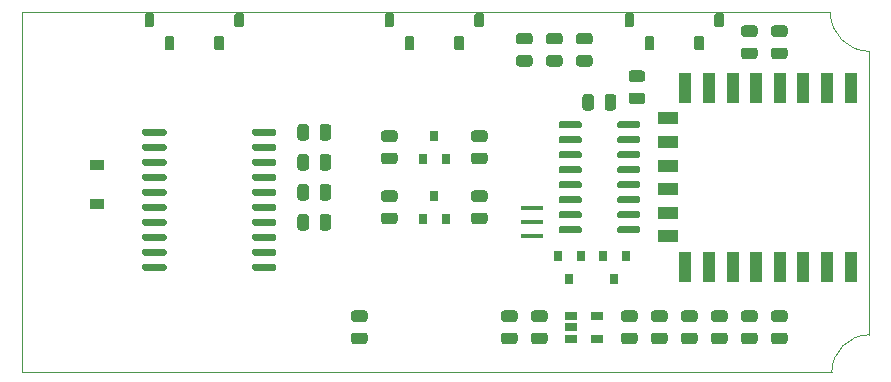
<source format=gbr>
%TF.GenerationSoftware,KiCad,Pcbnew,(5.1.6-0-10_14)*%
%TF.CreationDate,2021-03-31T22:59:44+02:00*%
%TF.ProjectId,wificlock,77696669-636c-46f6-936b-2e6b69636164,rev?*%
%TF.SameCoordinates,Original*%
%TF.FileFunction,Paste,Top*%
%TF.FilePolarity,Positive*%
%FSLAX46Y46*%
G04 Gerber Fmt 4.6, Leading zero omitted, Abs format (unit mm)*
G04 Created by KiCad (PCBNEW (5.1.6-0-10_14)) date 2021-03-31 22:59:44*
%MOMM*%
%LPD*%
G01*
G04 APERTURE LIST*
%TA.AperFunction,Profile*%
%ADD10C,0.100000*%
%TD*%
%ADD11R,1.200000X0.900000*%
%ADD12R,1.000000X2.500000*%
%ADD13R,1.800000X1.000000*%
%ADD14R,1.900000X0.400000*%
%ADD15R,1.060000X0.650000*%
%ADD16R,0.800000X0.900000*%
G04 APERTURE END LIST*
D10*
X160655000Y-143510000D02*
G75*
G02*
X163830000Y-140335000I3175000J0D01*
G01*
X163830000Y-116332000D02*
G75*
G02*
X160528000Y-113030000I0J3302000D01*
G01*
X92075000Y-113030000D02*
X160528000Y-113030000D01*
X92075000Y-143510000D02*
X92075000Y-113030000D01*
X160655000Y-143510000D02*
X92075000Y-143510000D01*
X163830000Y-116332000D02*
X163830000Y-140335000D01*
D11*
%TO.C,D1*%
X98425000Y-129285000D03*
X98425000Y-125985000D03*
%TD*%
D12*
%TO.C,U2*%
X162250000Y-119400000D03*
X160250000Y-119400000D03*
X158250000Y-119400000D03*
X156250000Y-119400000D03*
X154250000Y-119400000D03*
X152250000Y-119400000D03*
X150250000Y-119400000D03*
X148250000Y-119400000D03*
D13*
X146750000Y-122000000D03*
X146750000Y-124000000D03*
X146750000Y-126000000D03*
X146750000Y-128000000D03*
X146750000Y-130000000D03*
X146750000Y-132000000D03*
D12*
X148250000Y-134600000D03*
X150250000Y-134600000D03*
X152250000Y-134600000D03*
X154250000Y-134600000D03*
X156250000Y-134600000D03*
X158250000Y-134600000D03*
X160250000Y-134600000D03*
X162250000Y-134600000D03*
%TD*%
D14*
%TO.C,Y1*%
X135255000Y-132010000D03*
X135255000Y-130810000D03*
X135255000Y-129610000D03*
%TD*%
%TO.C,U4*%
G36*
G01*
X102275000Y-123340000D02*
X102275000Y-123040000D01*
G75*
G02*
X102425000Y-122890000I150000J0D01*
G01*
X104175000Y-122890000D01*
G75*
G02*
X104325000Y-123040000I0J-150000D01*
G01*
X104325000Y-123340000D01*
G75*
G02*
X104175000Y-123490000I-150000J0D01*
G01*
X102425000Y-123490000D01*
G75*
G02*
X102275000Y-123340000I0J150000D01*
G01*
G37*
G36*
G01*
X102275000Y-124610000D02*
X102275000Y-124310000D01*
G75*
G02*
X102425000Y-124160000I150000J0D01*
G01*
X104175000Y-124160000D01*
G75*
G02*
X104325000Y-124310000I0J-150000D01*
G01*
X104325000Y-124610000D01*
G75*
G02*
X104175000Y-124760000I-150000J0D01*
G01*
X102425000Y-124760000D01*
G75*
G02*
X102275000Y-124610000I0J150000D01*
G01*
G37*
G36*
G01*
X102275000Y-125880000D02*
X102275000Y-125580000D01*
G75*
G02*
X102425000Y-125430000I150000J0D01*
G01*
X104175000Y-125430000D01*
G75*
G02*
X104325000Y-125580000I0J-150000D01*
G01*
X104325000Y-125880000D01*
G75*
G02*
X104175000Y-126030000I-150000J0D01*
G01*
X102425000Y-126030000D01*
G75*
G02*
X102275000Y-125880000I0J150000D01*
G01*
G37*
G36*
G01*
X102275000Y-127150000D02*
X102275000Y-126850000D01*
G75*
G02*
X102425000Y-126700000I150000J0D01*
G01*
X104175000Y-126700000D01*
G75*
G02*
X104325000Y-126850000I0J-150000D01*
G01*
X104325000Y-127150000D01*
G75*
G02*
X104175000Y-127300000I-150000J0D01*
G01*
X102425000Y-127300000D01*
G75*
G02*
X102275000Y-127150000I0J150000D01*
G01*
G37*
G36*
G01*
X102275000Y-128420000D02*
X102275000Y-128120000D01*
G75*
G02*
X102425000Y-127970000I150000J0D01*
G01*
X104175000Y-127970000D01*
G75*
G02*
X104325000Y-128120000I0J-150000D01*
G01*
X104325000Y-128420000D01*
G75*
G02*
X104175000Y-128570000I-150000J0D01*
G01*
X102425000Y-128570000D01*
G75*
G02*
X102275000Y-128420000I0J150000D01*
G01*
G37*
G36*
G01*
X102275000Y-129690000D02*
X102275000Y-129390000D01*
G75*
G02*
X102425000Y-129240000I150000J0D01*
G01*
X104175000Y-129240000D01*
G75*
G02*
X104325000Y-129390000I0J-150000D01*
G01*
X104325000Y-129690000D01*
G75*
G02*
X104175000Y-129840000I-150000J0D01*
G01*
X102425000Y-129840000D01*
G75*
G02*
X102275000Y-129690000I0J150000D01*
G01*
G37*
G36*
G01*
X102275000Y-130960000D02*
X102275000Y-130660000D01*
G75*
G02*
X102425000Y-130510000I150000J0D01*
G01*
X104175000Y-130510000D01*
G75*
G02*
X104325000Y-130660000I0J-150000D01*
G01*
X104325000Y-130960000D01*
G75*
G02*
X104175000Y-131110000I-150000J0D01*
G01*
X102425000Y-131110000D01*
G75*
G02*
X102275000Y-130960000I0J150000D01*
G01*
G37*
G36*
G01*
X102275000Y-132230000D02*
X102275000Y-131930000D01*
G75*
G02*
X102425000Y-131780000I150000J0D01*
G01*
X104175000Y-131780000D01*
G75*
G02*
X104325000Y-131930000I0J-150000D01*
G01*
X104325000Y-132230000D01*
G75*
G02*
X104175000Y-132380000I-150000J0D01*
G01*
X102425000Y-132380000D01*
G75*
G02*
X102275000Y-132230000I0J150000D01*
G01*
G37*
G36*
G01*
X102275000Y-133500000D02*
X102275000Y-133200000D01*
G75*
G02*
X102425000Y-133050000I150000J0D01*
G01*
X104175000Y-133050000D01*
G75*
G02*
X104325000Y-133200000I0J-150000D01*
G01*
X104325000Y-133500000D01*
G75*
G02*
X104175000Y-133650000I-150000J0D01*
G01*
X102425000Y-133650000D01*
G75*
G02*
X102275000Y-133500000I0J150000D01*
G01*
G37*
G36*
G01*
X102275000Y-134770000D02*
X102275000Y-134470000D01*
G75*
G02*
X102425000Y-134320000I150000J0D01*
G01*
X104175000Y-134320000D01*
G75*
G02*
X104325000Y-134470000I0J-150000D01*
G01*
X104325000Y-134770000D01*
G75*
G02*
X104175000Y-134920000I-150000J0D01*
G01*
X102425000Y-134920000D01*
G75*
G02*
X102275000Y-134770000I0J150000D01*
G01*
G37*
G36*
G01*
X111575000Y-134770000D02*
X111575000Y-134470000D01*
G75*
G02*
X111725000Y-134320000I150000J0D01*
G01*
X113475000Y-134320000D01*
G75*
G02*
X113625000Y-134470000I0J-150000D01*
G01*
X113625000Y-134770000D01*
G75*
G02*
X113475000Y-134920000I-150000J0D01*
G01*
X111725000Y-134920000D01*
G75*
G02*
X111575000Y-134770000I0J150000D01*
G01*
G37*
G36*
G01*
X111575000Y-133500000D02*
X111575000Y-133200000D01*
G75*
G02*
X111725000Y-133050000I150000J0D01*
G01*
X113475000Y-133050000D01*
G75*
G02*
X113625000Y-133200000I0J-150000D01*
G01*
X113625000Y-133500000D01*
G75*
G02*
X113475000Y-133650000I-150000J0D01*
G01*
X111725000Y-133650000D01*
G75*
G02*
X111575000Y-133500000I0J150000D01*
G01*
G37*
G36*
G01*
X111575000Y-132230000D02*
X111575000Y-131930000D01*
G75*
G02*
X111725000Y-131780000I150000J0D01*
G01*
X113475000Y-131780000D01*
G75*
G02*
X113625000Y-131930000I0J-150000D01*
G01*
X113625000Y-132230000D01*
G75*
G02*
X113475000Y-132380000I-150000J0D01*
G01*
X111725000Y-132380000D01*
G75*
G02*
X111575000Y-132230000I0J150000D01*
G01*
G37*
G36*
G01*
X111575000Y-130960000D02*
X111575000Y-130660000D01*
G75*
G02*
X111725000Y-130510000I150000J0D01*
G01*
X113475000Y-130510000D01*
G75*
G02*
X113625000Y-130660000I0J-150000D01*
G01*
X113625000Y-130960000D01*
G75*
G02*
X113475000Y-131110000I-150000J0D01*
G01*
X111725000Y-131110000D01*
G75*
G02*
X111575000Y-130960000I0J150000D01*
G01*
G37*
G36*
G01*
X111575000Y-129690000D02*
X111575000Y-129390000D01*
G75*
G02*
X111725000Y-129240000I150000J0D01*
G01*
X113475000Y-129240000D01*
G75*
G02*
X113625000Y-129390000I0J-150000D01*
G01*
X113625000Y-129690000D01*
G75*
G02*
X113475000Y-129840000I-150000J0D01*
G01*
X111725000Y-129840000D01*
G75*
G02*
X111575000Y-129690000I0J150000D01*
G01*
G37*
G36*
G01*
X111575000Y-128420000D02*
X111575000Y-128120000D01*
G75*
G02*
X111725000Y-127970000I150000J0D01*
G01*
X113475000Y-127970000D01*
G75*
G02*
X113625000Y-128120000I0J-150000D01*
G01*
X113625000Y-128420000D01*
G75*
G02*
X113475000Y-128570000I-150000J0D01*
G01*
X111725000Y-128570000D01*
G75*
G02*
X111575000Y-128420000I0J150000D01*
G01*
G37*
G36*
G01*
X111575000Y-127150000D02*
X111575000Y-126850000D01*
G75*
G02*
X111725000Y-126700000I150000J0D01*
G01*
X113475000Y-126700000D01*
G75*
G02*
X113625000Y-126850000I0J-150000D01*
G01*
X113625000Y-127150000D01*
G75*
G02*
X113475000Y-127300000I-150000J0D01*
G01*
X111725000Y-127300000D01*
G75*
G02*
X111575000Y-127150000I0J150000D01*
G01*
G37*
G36*
G01*
X111575000Y-125880000D02*
X111575000Y-125580000D01*
G75*
G02*
X111725000Y-125430000I150000J0D01*
G01*
X113475000Y-125430000D01*
G75*
G02*
X113625000Y-125580000I0J-150000D01*
G01*
X113625000Y-125880000D01*
G75*
G02*
X113475000Y-126030000I-150000J0D01*
G01*
X111725000Y-126030000D01*
G75*
G02*
X111575000Y-125880000I0J150000D01*
G01*
G37*
G36*
G01*
X111575000Y-124610000D02*
X111575000Y-124310000D01*
G75*
G02*
X111725000Y-124160000I150000J0D01*
G01*
X113475000Y-124160000D01*
G75*
G02*
X113625000Y-124310000I0J-150000D01*
G01*
X113625000Y-124610000D01*
G75*
G02*
X113475000Y-124760000I-150000J0D01*
G01*
X111725000Y-124760000D01*
G75*
G02*
X111575000Y-124610000I0J150000D01*
G01*
G37*
G36*
G01*
X111575000Y-123340000D02*
X111575000Y-123040000D01*
G75*
G02*
X111725000Y-122890000I150000J0D01*
G01*
X113475000Y-122890000D01*
G75*
G02*
X113625000Y-123040000I0J-150000D01*
G01*
X113625000Y-123340000D01*
G75*
G02*
X113475000Y-123490000I-150000J0D01*
G01*
X111725000Y-123490000D01*
G75*
G02*
X111575000Y-123340000I0J150000D01*
G01*
G37*
%TD*%
D15*
%TO.C,U3*%
X138600000Y-138750000D03*
X138600000Y-139700000D03*
X138600000Y-140650000D03*
X140800000Y-140650000D03*
X140800000Y-138750000D03*
%TD*%
%TO.C,U1*%
G36*
G01*
X137520000Y-122705000D02*
X137520000Y-122405000D01*
G75*
G02*
X137670000Y-122255000I150000J0D01*
G01*
X139320000Y-122255000D01*
G75*
G02*
X139470000Y-122405000I0J-150000D01*
G01*
X139470000Y-122705000D01*
G75*
G02*
X139320000Y-122855000I-150000J0D01*
G01*
X137670000Y-122855000D01*
G75*
G02*
X137520000Y-122705000I0J150000D01*
G01*
G37*
G36*
G01*
X137520000Y-123975000D02*
X137520000Y-123675000D01*
G75*
G02*
X137670000Y-123525000I150000J0D01*
G01*
X139320000Y-123525000D01*
G75*
G02*
X139470000Y-123675000I0J-150000D01*
G01*
X139470000Y-123975000D01*
G75*
G02*
X139320000Y-124125000I-150000J0D01*
G01*
X137670000Y-124125000D01*
G75*
G02*
X137520000Y-123975000I0J150000D01*
G01*
G37*
G36*
G01*
X137520000Y-125245000D02*
X137520000Y-124945000D01*
G75*
G02*
X137670000Y-124795000I150000J0D01*
G01*
X139320000Y-124795000D01*
G75*
G02*
X139470000Y-124945000I0J-150000D01*
G01*
X139470000Y-125245000D01*
G75*
G02*
X139320000Y-125395000I-150000J0D01*
G01*
X137670000Y-125395000D01*
G75*
G02*
X137520000Y-125245000I0J150000D01*
G01*
G37*
G36*
G01*
X137520000Y-126515000D02*
X137520000Y-126215000D01*
G75*
G02*
X137670000Y-126065000I150000J0D01*
G01*
X139320000Y-126065000D01*
G75*
G02*
X139470000Y-126215000I0J-150000D01*
G01*
X139470000Y-126515000D01*
G75*
G02*
X139320000Y-126665000I-150000J0D01*
G01*
X137670000Y-126665000D01*
G75*
G02*
X137520000Y-126515000I0J150000D01*
G01*
G37*
G36*
G01*
X137520000Y-127785000D02*
X137520000Y-127485000D01*
G75*
G02*
X137670000Y-127335000I150000J0D01*
G01*
X139320000Y-127335000D01*
G75*
G02*
X139470000Y-127485000I0J-150000D01*
G01*
X139470000Y-127785000D01*
G75*
G02*
X139320000Y-127935000I-150000J0D01*
G01*
X137670000Y-127935000D01*
G75*
G02*
X137520000Y-127785000I0J150000D01*
G01*
G37*
G36*
G01*
X137520000Y-129055000D02*
X137520000Y-128755000D01*
G75*
G02*
X137670000Y-128605000I150000J0D01*
G01*
X139320000Y-128605000D01*
G75*
G02*
X139470000Y-128755000I0J-150000D01*
G01*
X139470000Y-129055000D01*
G75*
G02*
X139320000Y-129205000I-150000J0D01*
G01*
X137670000Y-129205000D01*
G75*
G02*
X137520000Y-129055000I0J150000D01*
G01*
G37*
G36*
G01*
X137520000Y-130325000D02*
X137520000Y-130025000D01*
G75*
G02*
X137670000Y-129875000I150000J0D01*
G01*
X139320000Y-129875000D01*
G75*
G02*
X139470000Y-130025000I0J-150000D01*
G01*
X139470000Y-130325000D01*
G75*
G02*
X139320000Y-130475000I-150000J0D01*
G01*
X137670000Y-130475000D01*
G75*
G02*
X137520000Y-130325000I0J150000D01*
G01*
G37*
G36*
G01*
X137520000Y-131595000D02*
X137520000Y-131295000D01*
G75*
G02*
X137670000Y-131145000I150000J0D01*
G01*
X139320000Y-131145000D01*
G75*
G02*
X139470000Y-131295000I0J-150000D01*
G01*
X139470000Y-131595000D01*
G75*
G02*
X139320000Y-131745000I-150000J0D01*
G01*
X137670000Y-131745000D01*
G75*
G02*
X137520000Y-131595000I0J150000D01*
G01*
G37*
G36*
G01*
X142470000Y-131595000D02*
X142470000Y-131295000D01*
G75*
G02*
X142620000Y-131145000I150000J0D01*
G01*
X144270000Y-131145000D01*
G75*
G02*
X144420000Y-131295000I0J-150000D01*
G01*
X144420000Y-131595000D01*
G75*
G02*
X144270000Y-131745000I-150000J0D01*
G01*
X142620000Y-131745000D01*
G75*
G02*
X142470000Y-131595000I0J150000D01*
G01*
G37*
G36*
G01*
X142470000Y-130325000D02*
X142470000Y-130025000D01*
G75*
G02*
X142620000Y-129875000I150000J0D01*
G01*
X144270000Y-129875000D01*
G75*
G02*
X144420000Y-130025000I0J-150000D01*
G01*
X144420000Y-130325000D01*
G75*
G02*
X144270000Y-130475000I-150000J0D01*
G01*
X142620000Y-130475000D01*
G75*
G02*
X142470000Y-130325000I0J150000D01*
G01*
G37*
G36*
G01*
X142470000Y-129055000D02*
X142470000Y-128755000D01*
G75*
G02*
X142620000Y-128605000I150000J0D01*
G01*
X144270000Y-128605000D01*
G75*
G02*
X144420000Y-128755000I0J-150000D01*
G01*
X144420000Y-129055000D01*
G75*
G02*
X144270000Y-129205000I-150000J0D01*
G01*
X142620000Y-129205000D01*
G75*
G02*
X142470000Y-129055000I0J150000D01*
G01*
G37*
G36*
G01*
X142470000Y-127785000D02*
X142470000Y-127485000D01*
G75*
G02*
X142620000Y-127335000I150000J0D01*
G01*
X144270000Y-127335000D01*
G75*
G02*
X144420000Y-127485000I0J-150000D01*
G01*
X144420000Y-127785000D01*
G75*
G02*
X144270000Y-127935000I-150000J0D01*
G01*
X142620000Y-127935000D01*
G75*
G02*
X142470000Y-127785000I0J150000D01*
G01*
G37*
G36*
G01*
X142470000Y-126515000D02*
X142470000Y-126215000D01*
G75*
G02*
X142620000Y-126065000I150000J0D01*
G01*
X144270000Y-126065000D01*
G75*
G02*
X144420000Y-126215000I0J-150000D01*
G01*
X144420000Y-126515000D01*
G75*
G02*
X144270000Y-126665000I-150000J0D01*
G01*
X142620000Y-126665000D01*
G75*
G02*
X142470000Y-126515000I0J150000D01*
G01*
G37*
G36*
G01*
X142470000Y-125245000D02*
X142470000Y-124945000D01*
G75*
G02*
X142620000Y-124795000I150000J0D01*
G01*
X144270000Y-124795000D01*
G75*
G02*
X144420000Y-124945000I0J-150000D01*
G01*
X144420000Y-125245000D01*
G75*
G02*
X144270000Y-125395000I-150000J0D01*
G01*
X142620000Y-125395000D01*
G75*
G02*
X142470000Y-125245000I0J150000D01*
G01*
G37*
G36*
G01*
X142470000Y-123975000D02*
X142470000Y-123675000D01*
G75*
G02*
X142620000Y-123525000I150000J0D01*
G01*
X144270000Y-123525000D01*
G75*
G02*
X144420000Y-123675000I0J-150000D01*
G01*
X144420000Y-123975000D01*
G75*
G02*
X144270000Y-124125000I-150000J0D01*
G01*
X142620000Y-124125000D01*
G75*
G02*
X142470000Y-123975000I0J150000D01*
G01*
G37*
G36*
G01*
X142470000Y-122705000D02*
X142470000Y-122405000D01*
G75*
G02*
X142620000Y-122255000I150000J0D01*
G01*
X144270000Y-122255000D01*
G75*
G02*
X144420000Y-122405000I0J-150000D01*
G01*
X144420000Y-122705000D01*
G75*
G02*
X144270000Y-122855000I-150000J0D01*
G01*
X142620000Y-122855000D01*
G75*
G02*
X142470000Y-122705000I0J150000D01*
G01*
G37*
%TD*%
%TO.C,SW3*%
G36*
G01*
X144820000Y-116150000D02*
X144820000Y-115150000D01*
G75*
G02*
X144920000Y-115050000I100000J0D01*
G01*
X145520000Y-115050000D01*
G75*
G02*
X145620000Y-115150000I0J-100000D01*
G01*
X145620000Y-116150000D01*
G75*
G02*
X145520000Y-116250000I-100000J0D01*
G01*
X144920000Y-116250000D01*
G75*
G02*
X144820000Y-116150000I0J100000D01*
G01*
G37*
G36*
G01*
X149020000Y-116150000D02*
X149020000Y-115150000D01*
G75*
G02*
X149120000Y-115050000I100000J0D01*
G01*
X149720000Y-115050000D01*
G75*
G02*
X149820000Y-115150000I0J-100000D01*
G01*
X149820000Y-116150000D01*
G75*
G02*
X149720000Y-116250000I-100000J0D01*
G01*
X149120000Y-116250000D01*
G75*
G02*
X149020000Y-116150000I0J100000D01*
G01*
G37*
G36*
G01*
X143120000Y-114166400D02*
X143120000Y-113233600D01*
G75*
G02*
X143253600Y-113100000I133600J0D01*
G01*
X143786400Y-113100000D01*
G75*
G02*
X143920000Y-113233600I0J-133600D01*
G01*
X143920000Y-114166400D01*
G75*
G02*
X143786400Y-114300000I-133600J0D01*
G01*
X143253600Y-114300000D01*
G75*
G02*
X143120000Y-114166400I0J133600D01*
G01*
G37*
G36*
G01*
X150720000Y-114166400D02*
X150720000Y-113233600D01*
G75*
G02*
X150853600Y-113100000I133600J0D01*
G01*
X151386400Y-113100000D01*
G75*
G02*
X151520000Y-113233600I0J-133600D01*
G01*
X151520000Y-114166400D01*
G75*
G02*
X151386400Y-114300000I-133600J0D01*
G01*
X150853600Y-114300000D01*
G75*
G02*
X150720000Y-114166400I0J133600D01*
G01*
G37*
%TD*%
%TO.C,SW2*%
G36*
G01*
X124500000Y-116150000D02*
X124500000Y-115150000D01*
G75*
G02*
X124600000Y-115050000I100000J0D01*
G01*
X125200000Y-115050000D01*
G75*
G02*
X125300000Y-115150000I0J-100000D01*
G01*
X125300000Y-116150000D01*
G75*
G02*
X125200000Y-116250000I-100000J0D01*
G01*
X124600000Y-116250000D01*
G75*
G02*
X124500000Y-116150000I0J100000D01*
G01*
G37*
G36*
G01*
X128700000Y-116150000D02*
X128700000Y-115150000D01*
G75*
G02*
X128800000Y-115050000I100000J0D01*
G01*
X129400000Y-115050000D01*
G75*
G02*
X129500000Y-115150000I0J-100000D01*
G01*
X129500000Y-116150000D01*
G75*
G02*
X129400000Y-116250000I-100000J0D01*
G01*
X128800000Y-116250000D01*
G75*
G02*
X128700000Y-116150000I0J100000D01*
G01*
G37*
G36*
G01*
X122800000Y-114166400D02*
X122800000Y-113233600D01*
G75*
G02*
X122933600Y-113100000I133600J0D01*
G01*
X123466400Y-113100000D01*
G75*
G02*
X123600000Y-113233600I0J-133600D01*
G01*
X123600000Y-114166400D01*
G75*
G02*
X123466400Y-114300000I-133600J0D01*
G01*
X122933600Y-114300000D01*
G75*
G02*
X122800000Y-114166400I0J133600D01*
G01*
G37*
G36*
G01*
X130400000Y-114166400D02*
X130400000Y-113233600D01*
G75*
G02*
X130533600Y-113100000I133600J0D01*
G01*
X131066400Y-113100000D01*
G75*
G02*
X131200000Y-113233600I0J-133600D01*
G01*
X131200000Y-114166400D01*
G75*
G02*
X131066400Y-114300000I-133600J0D01*
G01*
X130533600Y-114300000D01*
G75*
G02*
X130400000Y-114166400I0J133600D01*
G01*
G37*
%TD*%
%TO.C,SW1*%
G36*
G01*
X104180000Y-116150000D02*
X104180000Y-115150000D01*
G75*
G02*
X104280000Y-115050000I100000J0D01*
G01*
X104880000Y-115050000D01*
G75*
G02*
X104980000Y-115150000I0J-100000D01*
G01*
X104980000Y-116150000D01*
G75*
G02*
X104880000Y-116250000I-100000J0D01*
G01*
X104280000Y-116250000D01*
G75*
G02*
X104180000Y-116150000I0J100000D01*
G01*
G37*
G36*
G01*
X108380000Y-116150000D02*
X108380000Y-115150000D01*
G75*
G02*
X108480000Y-115050000I100000J0D01*
G01*
X109080000Y-115050000D01*
G75*
G02*
X109180000Y-115150000I0J-100000D01*
G01*
X109180000Y-116150000D01*
G75*
G02*
X109080000Y-116250000I-100000J0D01*
G01*
X108480000Y-116250000D01*
G75*
G02*
X108380000Y-116150000I0J100000D01*
G01*
G37*
G36*
G01*
X102480000Y-114166400D02*
X102480000Y-113233600D01*
G75*
G02*
X102613600Y-113100000I133600J0D01*
G01*
X103146400Y-113100000D01*
G75*
G02*
X103280000Y-113233600I0J-133600D01*
G01*
X103280000Y-114166400D01*
G75*
G02*
X103146400Y-114300000I-133600J0D01*
G01*
X102613600Y-114300000D01*
G75*
G02*
X102480000Y-114166400I0J133600D01*
G01*
G37*
G36*
G01*
X110080000Y-114166400D02*
X110080000Y-113233600D01*
G75*
G02*
X110213600Y-113100000I133600J0D01*
G01*
X110746400Y-113100000D01*
G75*
G02*
X110880000Y-113233600I0J-133600D01*
G01*
X110880000Y-114166400D01*
G75*
G02*
X110746400Y-114300000I-133600J0D01*
G01*
X110213600Y-114300000D01*
G75*
G02*
X110080000Y-114166400I0J133600D01*
G01*
G37*
%TD*%
%TO.C,R16*%
G36*
G01*
X115415000Y-131266250D02*
X115415000Y-130353750D01*
G75*
G02*
X115658750Y-130110000I243750J0D01*
G01*
X116146250Y-130110000D01*
G75*
G02*
X116390000Y-130353750I0J-243750D01*
G01*
X116390000Y-131266250D01*
G75*
G02*
X116146250Y-131510000I-243750J0D01*
G01*
X115658750Y-131510000D01*
G75*
G02*
X115415000Y-131266250I0J243750D01*
G01*
G37*
G36*
G01*
X117290000Y-131266250D02*
X117290000Y-130353750D01*
G75*
G02*
X117533750Y-130110000I243750J0D01*
G01*
X118021250Y-130110000D01*
G75*
G02*
X118265000Y-130353750I0J-243750D01*
G01*
X118265000Y-131266250D01*
G75*
G02*
X118021250Y-131510000I-243750J0D01*
G01*
X117533750Y-131510000D01*
G75*
G02*
X117290000Y-131266250I0J243750D01*
G01*
G37*
%TD*%
%TO.C,R15*%
G36*
G01*
X115415000Y-128726250D02*
X115415000Y-127813750D01*
G75*
G02*
X115658750Y-127570000I243750J0D01*
G01*
X116146250Y-127570000D01*
G75*
G02*
X116390000Y-127813750I0J-243750D01*
G01*
X116390000Y-128726250D01*
G75*
G02*
X116146250Y-128970000I-243750J0D01*
G01*
X115658750Y-128970000D01*
G75*
G02*
X115415000Y-128726250I0J243750D01*
G01*
G37*
G36*
G01*
X117290000Y-128726250D02*
X117290000Y-127813750D01*
G75*
G02*
X117533750Y-127570000I243750J0D01*
G01*
X118021250Y-127570000D01*
G75*
G02*
X118265000Y-127813750I0J-243750D01*
G01*
X118265000Y-128726250D01*
G75*
G02*
X118021250Y-128970000I-243750J0D01*
G01*
X117533750Y-128970000D01*
G75*
G02*
X117290000Y-128726250I0J243750D01*
G01*
G37*
%TD*%
%TO.C,R14*%
G36*
G01*
X123646250Y-130965000D02*
X122733750Y-130965000D01*
G75*
G02*
X122490000Y-130721250I0J243750D01*
G01*
X122490000Y-130233750D01*
G75*
G02*
X122733750Y-129990000I243750J0D01*
G01*
X123646250Y-129990000D01*
G75*
G02*
X123890000Y-130233750I0J-243750D01*
G01*
X123890000Y-130721250D01*
G75*
G02*
X123646250Y-130965000I-243750J0D01*
G01*
G37*
G36*
G01*
X123646250Y-129090000D02*
X122733750Y-129090000D01*
G75*
G02*
X122490000Y-128846250I0J243750D01*
G01*
X122490000Y-128358750D01*
G75*
G02*
X122733750Y-128115000I243750J0D01*
G01*
X123646250Y-128115000D01*
G75*
G02*
X123890000Y-128358750I0J-243750D01*
G01*
X123890000Y-128846250D01*
G75*
G02*
X123646250Y-129090000I-243750J0D01*
G01*
G37*
%TD*%
%TO.C,R13*%
G36*
G01*
X122733750Y-123035000D02*
X123646250Y-123035000D01*
G75*
G02*
X123890000Y-123278750I0J-243750D01*
G01*
X123890000Y-123766250D01*
G75*
G02*
X123646250Y-124010000I-243750J0D01*
G01*
X122733750Y-124010000D01*
G75*
G02*
X122490000Y-123766250I0J243750D01*
G01*
X122490000Y-123278750D01*
G75*
G02*
X122733750Y-123035000I243750J0D01*
G01*
G37*
G36*
G01*
X122733750Y-124910000D02*
X123646250Y-124910000D01*
G75*
G02*
X123890000Y-125153750I0J-243750D01*
G01*
X123890000Y-125641250D01*
G75*
G02*
X123646250Y-125885000I-243750J0D01*
G01*
X122733750Y-125885000D01*
G75*
G02*
X122490000Y-125641250I0J243750D01*
G01*
X122490000Y-125153750D01*
G75*
G02*
X122733750Y-124910000I243750J0D01*
G01*
G37*
%TD*%
%TO.C,R12*%
G36*
G01*
X130353750Y-128115000D02*
X131266250Y-128115000D01*
G75*
G02*
X131510000Y-128358750I0J-243750D01*
G01*
X131510000Y-128846250D01*
G75*
G02*
X131266250Y-129090000I-243750J0D01*
G01*
X130353750Y-129090000D01*
G75*
G02*
X130110000Y-128846250I0J243750D01*
G01*
X130110000Y-128358750D01*
G75*
G02*
X130353750Y-128115000I243750J0D01*
G01*
G37*
G36*
G01*
X130353750Y-129990000D02*
X131266250Y-129990000D01*
G75*
G02*
X131510000Y-130233750I0J-243750D01*
G01*
X131510000Y-130721250D01*
G75*
G02*
X131266250Y-130965000I-243750J0D01*
G01*
X130353750Y-130965000D01*
G75*
G02*
X130110000Y-130721250I0J243750D01*
G01*
X130110000Y-130233750D01*
G75*
G02*
X130353750Y-129990000I243750J0D01*
G01*
G37*
%TD*%
%TO.C,R11*%
G36*
G01*
X130353750Y-123035000D02*
X131266250Y-123035000D01*
G75*
G02*
X131510000Y-123278750I0J-243750D01*
G01*
X131510000Y-123766250D01*
G75*
G02*
X131266250Y-124010000I-243750J0D01*
G01*
X130353750Y-124010000D01*
G75*
G02*
X130110000Y-123766250I0J243750D01*
G01*
X130110000Y-123278750D01*
G75*
G02*
X130353750Y-123035000I243750J0D01*
G01*
G37*
G36*
G01*
X130353750Y-124910000D02*
X131266250Y-124910000D01*
G75*
G02*
X131510000Y-125153750I0J-243750D01*
G01*
X131510000Y-125641250D01*
G75*
G02*
X131266250Y-125885000I-243750J0D01*
G01*
X130353750Y-125885000D01*
G75*
G02*
X130110000Y-125641250I0J243750D01*
G01*
X130110000Y-125153750D01*
G75*
G02*
X130353750Y-124910000I243750J0D01*
G01*
G37*
%TD*%
%TO.C,R10*%
G36*
G01*
X115415000Y-126186250D02*
X115415000Y-125273750D01*
G75*
G02*
X115658750Y-125030000I243750J0D01*
G01*
X116146250Y-125030000D01*
G75*
G02*
X116390000Y-125273750I0J-243750D01*
G01*
X116390000Y-126186250D01*
G75*
G02*
X116146250Y-126430000I-243750J0D01*
G01*
X115658750Y-126430000D01*
G75*
G02*
X115415000Y-126186250I0J243750D01*
G01*
G37*
G36*
G01*
X117290000Y-126186250D02*
X117290000Y-125273750D01*
G75*
G02*
X117533750Y-125030000I243750J0D01*
G01*
X118021250Y-125030000D01*
G75*
G02*
X118265000Y-125273750I0J-243750D01*
G01*
X118265000Y-126186250D01*
G75*
G02*
X118021250Y-126430000I-243750J0D01*
G01*
X117533750Y-126430000D01*
G75*
G02*
X117290000Y-126186250I0J243750D01*
G01*
G37*
%TD*%
%TO.C,R9*%
G36*
G01*
X145593750Y-138275000D02*
X146506250Y-138275000D01*
G75*
G02*
X146750000Y-138518750I0J-243750D01*
G01*
X146750000Y-139006250D01*
G75*
G02*
X146506250Y-139250000I-243750J0D01*
G01*
X145593750Y-139250000D01*
G75*
G02*
X145350000Y-139006250I0J243750D01*
G01*
X145350000Y-138518750D01*
G75*
G02*
X145593750Y-138275000I243750J0D01*
G01*
G37*
G36*
G01*
X145593750Y-140150000D02*
X146506250Y-140150000D01*
G75*
G02*
X146750000Y-140393750I0J-243750D01*
G01*
X146750000Y-140881250D01*
G75*
G02*
X146506250Y-141125000I-243750J0D01*
G01*
X145593750Y-141125000D01*
G75*
G02*
X145350000Y-140881250I0J243750D01*
G01*
X145350000Y-140393750D01*
G75*
G02*
X145593750Y-140150000I243750J0D01*
G01*
G37*
%TD*%
%TO.C,R8*%
G36*
G01*
X149046250Y-141125000D02*
X148133750Y-141125000D01*
G75*
G02*
X147890000Y-140881250I0J243750D01*
G01*
X147890000Y-140393750D01*
G75*
G02*
X148133750Y-140150000I243750J0D01*
G01*
X149046250Y-140150000D01*
G75*
G02*
X149290000Y-140393750I0J-243750D01*
G01*
X149290000Y-140881250D01*
G75*
G02*
X149046250Y-141125000I-243750J0D01*
G01*
G37*
G36*
G01*
X149046250Y-139250000D02*
X148133750Y-139250000D01*
G75*
G02*
X147890000Y-139006250I0J243750D01*
G01*
X147890000Y-138518750D01*
G75*
G02*
X148133750Y-138275000I243750J0D01*
G01*
X149046250Y-138275000D01*
G75*
G02*
X149290000Y-138518750I0J-243750D01*
G01*
X149290000Y-139006250D01*
G75*
G02*
X149046250Y-139250000I-243750J0D01*
G01*
G37*
%TD*%
%TO.C,R7*%
G36*
G01*
X151586250Y-141125000D02*
X150673750Y-141125000D01*
G75*
G02*
X150430000Y-140881250I0J243750D01*
G01*
X150430000Y-140393750D01*
G75*
G02*
X150673750Y-140150000I243750J0D01*
G01*
X151586250Y-140150000D01*
G75*
G02*
X151830000Y-140393750I0J-243750D01*
G01*
X151830000Y-140881250D01*
G75*
G02*
X151586250Y-141125000I-243750J0D01*
G01*
G37*
G36*
G01*
X151586250Y-139250000D02*
X150673750Y-139250000D01*
G75*
G02*
X150430000Y-139006250I0J243750D01*
G01*
X150430000Y-138518750D01*
G75*
G02*
X150673750Y-138275000I243750J0D01*
G01*
X151586250Y-138275000D01*
G75*
G02*
X151830000Y-138518750I0J-243750D01*
G01*
X151830000Y-139006250D01*
G75*
G02*
X151586250Y-139250000I-243750J0D01*
G01*
G37*
%TD*%
%TO.C,R6*%
G36*
G01*
X153213750Y-114145000D02*
X154126250Y-114145000D01*
G75*
G02*
X154370000Y-114388750I0J-243750D01*
G01*
X154370000Y-114876250D01*
G75*
G02*
X154126250Y-115120000I-243750J0D01*
G01*
X153213750Y-115120000D01*
G75*
G02*
X152970000Y-114876250I0J243750D01*
G01*
X152970000Y-114388750D01*
G75*
G02*
X153213750Y-114145000I243750J0D01*
G01*
G37*
G36*
G01*
X153213750Y-116020000D02*
X154126250Y-116020000D01*
G75*
G02*
X154370000Y-116263750I0J-243750D01*
G01*
X154370000Y-116751250D01*
G75*
G02*
X154126250Y-116995000I-243750J0D01*
G01*
X153213750Y-116995000D01*
G75*
G02*
X152970000Y-116751250I0J243750D01*
G01*
X152970000Y-116263750D01*
G75*
G02*
X153213750Y-116020000I243750J0D01*
G01*
G37*
%TD*%
%TO.C,R5*%
G36*
G01*
X155753750Y-114145000D02*
X156666250Y-114145000D01*
G75*
G02*
X156910000Y-114388750I0J-243750D01*
G01*
X156910000Y-114876250D01*
G75*
G02*
X156666250Y-115120000I-243750J0D01*
G01*
X155753750Y-115120000D01*
G75*
G02*
X155510000Y-114876250I0J243750D01*
G01*
X155510000Y-114388750D01*
G75*
G02*
X155753750Y-114145000I243750J0D01*
G01*
G37*
G36*
G01*
X155753750Y-116020000D02*
X156666250Y-116020000D01*
G75*
G02*
X156910000Y-116263750I0J-243750D01*
G01*
X156910000Y-116751250D01*
G75*
G02*
X156666250Y-116995000I-243750J0D01*
G01*
X155753750Y-116995000D01*
G75*
G02*
X155510000Y-116751250I0J243750D01*
G01*
X155510000Y-116263750D01*
G75*
G02*
X155753750Y-116020000I243750J0D01*
G01*
G37*
%TD*%
%TO.C,R4*%
G36*
G01*
X156666250Y-141125000D02*
X155753750Y-141125000D01*
G75*
G02*
X155510000Y-140881250I0J243750D01*
G01*
X155510000Y-140393750D01*
G75*
G02*
X155753750Y-140150000I243750J0D01*
G01*
X156666250Y-140150000D01*
G75*
G02*
X156910000Y-140393750I0J-243750D01*
G01*
X156910000Y-140881250D01*
G75*
G02*
X156666250Y-141125000I-243750J0D01*
G01*
G37*
G36*
G01*
X156666250Y-139250000D02*
X155753750Y-139250000D01*
G75*
G02*
X155510000Y-139006250I0J243750D01*
G01*
X155510000Y-138518750D01*
G75*
G02*
X155753750Y-138275000I243750J0D01*
G01*
X156666250Y-138275000D01*
G75*
G02*
X156910000Y-138518750I0J-243750D01*
G01*
X156910000Y-139006250D01*
G75*
G02*
X156666250Y-139250000I-243750J0D01*
G01*
G37*
%TD*%
%TO.C,R3*%
G36*
G01*
X132893750Y-138275000D02*
X133806250Y-138275000D01*
G75*
G02*
X134050000Y-138518750I0J-243750D01*
G01*
X134050000Y-139006250D01*
G75*
G02*
X133806250Y-139250000I-243750J0D01*
G01*
X132893750Y-139250000D01*
G75*
G02*
X132650000Y-139006250I0J243750D01*
G01*
X132650000Y-138518750D01*
G75*
G02*
X132893750Y-138275000I243750J0D01*
G01*
G37*
G36*
G01*
X132893750Y-140150000D02*
X133806250Y-140150000D01*
G75*
G02*
X134050000Y-140393750I0J-243750D01*
G01*
X134050000Y-140881250D01*
G75*
G02*
X133806250Y-141125000I-243750J0D01*
G01*
X132893750Y-141125000D01*
G75*
G02*
X132650000Y-140881250I0J243750D01*
G01*
X132650000Y-140393750D01*
G75*
G02*
X132893750Y-140150000I243750J0D01*
G01*
G37*
%TD*%
%TO.C,R2*%
G36*
G01*
X153213750Y-138275000D02*
X154126250Y-138275000D01*
G75*
G02*
X154370000Y-138518750I0J-243750D01*
G01*
X154370000Y-139006250D01*
G75*
G02*
X154126250Y-139250000I-243750J0D01*
G01*
X153213750Y-139250000D01*
G75*
G02*
X152970000Y-139006250I0J243750D01*
G01*
X152970000Y-138518750D01*
G75*
G02*
X153213750Y-138275000I243750J0D01*
G01*
G37*
G36*
G01*
X153213750Y-140150000D02*
X154126250Y-140150000D01*
G75*
G02*
X154370000Y-140393750I0J-243750D01*
G01*
X154370000Y-140881250D01*
G75*
G02*
X154126250Y-141125000I-243750J0D01*
G01*
X153213750Y-141125000D01*
G75*
G02*
X152970000Y-140881250I0J243750D01*
G01*
X152970000Y-140393750D01*
G75*
G02*
X153213750Y-140150000I243750J0D01*
G01*
G37*
%TD*%
%TO.C,R1*%
G36*
G01*
X121106250Y-141125000D02*
X120193750Y-141125000D01*
G75*
G02*
X119950000Y-140881250I0J243750D01*
G01*
X119950000Y-140393750D01*
G75*
G02*
X120193750Y-140150000I243750J0D01*
G01*
X121106250Y-140150000D01*
G75*
G02*
X121350000Y-140393750I0J-243750D01*
G01*
X121350000Y-140881250D01*
G75*
G02*
X121106250Y-141125000I-243750J0D01*
G01*
G37*
G36*
G01*
X121106250Y-139250000D02*
X120193750Y-139250000D01*
G75*
G02*
X119950000Y-139006250I0J243750D01*
G01*
X119950000Y-138518750D01*
G75*
G02*
X120193750Y-138275000I243750J0D01*
G01*
X121106250Y-138275000D01*
G75*
G02*
X121350000Y-138518750I0J-243750D01*
G01*
X121350000Y-139006250D01*
G75*
G02*
X121106250Y-139250000I-243750J0D01*
G01*
G37*
%TD*%
D16*
%TO.C,Q4*%
X126050000Y-130540000D03*
X127950000Y-130540000D03*
X127000000Y-128540000D03*
%TD*%
%TO.C,Q3*%
X126050000Y-125460000D03*
X127950000Y-125460000D03*
X127000000Y-123460000D03*
%TD*%
%TO.C,Q2*%
X143190000Y-133620000D03*
X141290000Y-133620000D03*
X142240000Y-135620000D03*
%TD*%
%TO.C,Q1*%
X139380000Y-133620000D03*
X137480000Y-133620000D03*
X138430000Y-135620000D03*
%TD*%
%TO.C,C8*%
G36*
G01*
X115415000Y-123646250D02*
X115415000Y-122733750D01*
G75*
G02*
X115658750Y-122490000I243750J0D01*
G01*
X116146250Y-122490000D01*
G75*
G02*
X116390000Y-122733750I0J-243750D01*
G01*
X116390000Y-123646250D01*
G75*
G02*
X116146250Y-123890000I-243750J0D01*
G01*
X115658750Y-123890000D01*
G75*
G02*
X115415000Y-123646250I0J243750D01*
G01*
G37*
G36*
G01*
X117290000Y-123646250D02*
X117290000Y-122733750D01*
G75*
G02*
X117533750Y-122490000I243750J0D01*
G01*
X118021250Y-122490000D01*
G75*
G02*
X118265000Y-122733750I0J-243750D01*
G01*
X118265000Y-123646250D01*
G75*
G02*
X118021250Y-123890000I-243750J0D01*
G01*
X117533750Y-123890000D01*
G75*
G02*
X117290000Y-123646250I0J243750D01*
G01*
G37*
%TD*%
%TO.C,C7*%
G36*
G01*
X143053750Y-138275000D02*
X143966250Y-138275000D01*
G75*
G02*
X144210000Y-138518750I0J-243750D01*
G01*
X144210000Y-139006250D01*
G75*
G02*
X143966250Y-139250000I-243750J0D01*
G01*
X143053750Y-139250000D01*
G75*
G02*
X142810000Y-139006250I0J243750D01*
G01*
X142810000Y-138518750D01*
G75*
G02*
X143053750Y-138275000I243750J0D01*
G01*
G37*
G36*
G01*
X143053750Y-140150000D02*
X143966250Y-140150000D01*
G75*
G02*
X144210000Y-140393750I0J-243750D01*
G01*
X144210000Y-140881250D01*
G75*
G02*
X143966250Y-141125000I-243750J0D01*
G01*
X143053750Y-141125000D01*
G75*
G02*
X142810000Y-140881250I0J243750D01*
G01*
X142810000Y-140393750D01*
G75*
G02*
X143053750Y-140150000I243750J0D01*
G01*
G37*
%TD*%
%TO.C,C6*%
G36*
G01*
X136346250Y-141125000D02*
X135433750Y-141125000D01*
G75*
G02*
X135190000Y-140881250I0J243750D01*
G01*
X135190000Y-140393750D01*
G75*
G02*
X135433750Y-140150000I243750J0D01*
G01*
X136346250Y-140150000D01*
G75*
G02*
X136590000Y-140393750I0J-243750D01*
G01*
X136590000Y-140881250D01*
G75*
G02*
X136346250Y-141125000I-243750J0D01*
G01*
G37*
G36*
G01*
X136346250Y-139250000D02*
X135433750Y-139250000D01*
G75*
G02*
X135190000Y-139006250I0J243750D01*
G01*
X135190000Y-138518750D01*
G75*
G02*
X135433750Y-138275000I243750J0D01*
G01*
X136346250Y-138275000D01*
G75*
G02*
X136590000Y-138518750I0J-243750D01*
G01*
X136590000Y-139006250D01*
G75*
G02*
X136346250Y-139250000I-243750J0D01*
G01*
G37*
%TD*%
%TO.C,C5*%
G36*
G01*
X143688750Y-117955000D02*
X144601250Y-117955000D01*
G75*
G02*
X144845000Y-118198750I0J-243750D01*
G01*
X144845000Y-118686250D01*
G75*
G02*
X144601250Y-118930000I-243750J0D01*
G01*
X143688750Y-118930000D01*
G75*
G02*
X143445000Y-118686250I0J243750D01*
G01*
X143445000Y-118198750D01*
G75*
G02*
X143688750Y-117955000I243750J0D01*
G01*
G37*
G36*
G01*
X143688750Y-119830000D02*
X144601250Y-119830000D01*
G75*
G02*
X144845000Y-120073750I0J-243750D01*
G01*
X144845000Y-120561250D01*
G75*
G02*
X144601250Y-120805000I-243750J0D01*
G01*
X143688750Y-120805000D01*
G75*
G02*
X143445000Y-120561250I0J243750D01*
G01*
X143445000Y-120073750D01*
G75*
G02*
X143688750Y-119830000I243750J0D01*
G01*
G37*
%TD*%
%TO.C,C4*%
G36*
G01*
X140156250Y-117630000D02*
X139243750Y-117630000D01*
G75*
G02*
X139000000Y-117386250I0J243750D01*
G01*
X139000000Y-116898750D01*
G75*
G02*
X139243750Y-116655000I243750J0D01*
G01*
X140156250Y-116655000D01*
G75*
G02*
X140400000Y-116898750I0J-243750D01*
G01*
X140400000Y-117386250D01*
G75*
G02*
X140156250Y-117630000I-243750J0D01*
G01*
G37*
G36*
G01*
X140156250Y-115755000D02*
X139243750Y-115755000D01*
G75*
G02*
X139000000Y-115511250I0J243750D01*
G01*
X139000000Y-115023750D01*
G75*
G02*
X139243750Y-114780000I243750J0D01*
G01*
X140156250Y-114780000D01*
G75*
G02*
X140400000Y-115023750I0J-243750D01*
G01*
X140400000Y-115511250D01*
G75*
G02*
X140156250Y-115755000I-243750J0D01*
G01*
G37*
%TD*%
%TO.C,C3*%
G36*
G01*
X137616250Y-117630000D02*
X136703750Y-117630000D01*
G75*
G02*
X136460000Y-117386250I0J243750D01*
G01*
X136460000Y-116898750D01*
G75*
G02*
X136703750Y-116655000I243750J0D01*
G01*
X137616250Y-116655000D01*
G75*
G02*
X137860000Y-116898750I0J-243750D01*
G01*
X137860000Y-117386250D01*
G75*
G02*
X137616250Y-117630000I-243750J0D01*
G01*
G37*
G36*
G01*
X137616250Y-115755000D02*
X136703750Y-115755000D01*
G75*
G02*
X136460000Y-115511250I0J243750D01*
G01*
X136460000Y-115023750D01*
G75*
G02*
X136703750Y-114780000I243750J0D01*
G01*
X137616250Y-114780000D01*
G75*
G02*
X137860000Y-115023750I0J-243750D01*
G01*
X137860000Y-115511250D01*
G75*
G02*
X137616250Y-115755000I-243750J0D01*
G01*
G37*
%TD*%
%TO.C,C2*%
G36*
G01*
X135076250Y-117630000D02*
X134163750Y-117630000D01*
G75*
G02*
X133920000Y-117386250I0J243750D01*
G01*
X133920000Y-116898750D01*
G75*
G02*
X134163750Y-116655000I243750J0D01*
G01*
X135076250Y-116655000D01*
G75*
G02*
X135320000Y-116898750I0J-243750D01*
G01*
X135320000Y-117386250D01*
G75*
G02*
X135076250Y-117630000I-243750J0D01*
G01*
G37*
G36*
G01*
X135076250Y-115755000D02*
X134163750Y-115755000D01*
G75*
G02*
X133920000Y-115511250I0J243750D01*
G01*
X133920000Y-115023750D01*
G75*
G02*
X134163750Y-114780000I243750J0D01*
G01*
X135076250Y-114780000D01*
G75*
G02*
X135320000Y-115023750I0J-243750D01*
G01*
X135320000Y-115511250D01*
G75*
G02*
X135076250Y-115755000I-243750J0D01*
G01*
G37*
%TD*%
%TO.C,C1*%
G36*
G01*
X139545000Y-121106250D02*
X139545000Y-120193750D01*
G75*
G02*
X139788750Y-119950000I243750J0D01*
G01*
X140276250Y-119950000D01*
G75*
G02*
X140520000Y-120193750I0J-243750D01*
G01*
X140520000Y-121106250D01*
G75*
G02*
X140276250Y-121350000I-243750J0D01*
G01*
X139788750Y-121350000D01*
G75*
G02*
X139545000Y-121106250I0J243750D01*
G01*
G37*
G36*
G01*
X141420000Y-121106250D02*
X141420000Y-120193750D01*
G75*
G02*
X141663750Y-119950000I243750J0D01*
G01*
X142151250Y-119950000D01*
G75*
G02*
X142395000Y-120193750I0J-243750D01*
G01*
X142395000Y-121106250D01*
G75*
G02*
X142151250Y-121350000I-243750J0D01*
G01*
X141663750Y-121350000D01*
G75*
G02*
X141420000Y-121106250I0J243750D01*
G01*
G37*
%TD*%
M02*

</source>
